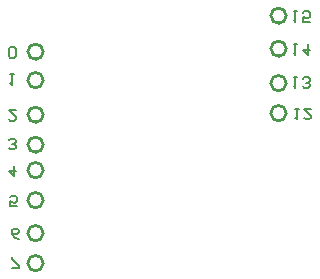
<source format=gbo>
G04 Layer_Color=32896*
%FSLAX25Y25*%
%MOIN*%
G70*
G01*
G75*
%ADD41C,0.01000*%
%ADD71C,0.00600*%
D41*
X388059Y997500D02*
G03*
X388059Y997500I-2559J0D01*
G01*
Y1028500D02*
G03*
X388059Y1028500I-2559J0D01*
G01*
Y989000D02*
G03*
X388059Y989000I-2559J0D01*
G01*
Y979000D02*
G03*
X388059Y979000I-2559J0D01*
G01*
Y968000D02*
G03*
X388059Y968000I-2559J0D01*
G01*
Y958000D02*
G03*
X388059Y958000I-2559J0D01*
G01*
X469059Y1008000D02*
G03*
X469059Y1008000I-2559J0D01*
G01*
Y1018000D02*
G03*
X469059Y1018000I-2559J0D01*
G01*
Y1029500D02*
G03*
X469059Y1029500I-2559J0D01*
G01*
Y1040500D02*
G03*
X469059Y1040500I-2559J0D01*
G01*
X388059Y1019000D02*
G03*
X388059Y1019000I-2559J0D01*
G01*
Y1007500D02*
G03*
X388059Y1007500I-2559J0D01*
G01*
D71*
X378899Y1009000D02*
X376500D01*
X378899Y1006601D01*
Y1006001D01*
X378299Y1005401D01*
X377100D01*
X376500Y1006001D01*
X377000Y1021000D02*
X378200D01*
X377600D01*
Y1017401D01*
X377000Y1018001D01*
X471500Y1042000D02*
X472700D01*
X472100D01*
Y1038401D01*
X471500Y1039001D01*
X476898Y1038401D02*
X474499D01*
Y1040201D01*
X475699Y1039601D01*
X476298D01*
X476898Y1040201D01*
Y1041400D01*
X476298Y1042000D01*
X475099D01*
X474499Y1041400D01*
X471500Y1031000D02*
X472700D01*
X472100D01*
Y1027401D01*
X471500Y1028001D01*
X476298Y1031000D02*
Y1027401D01*
X474499Y1029201D01*
X476898D01*
X471500Y1020000D02*
X472700D01*
X472100D01*
Y1016401D01*
X471500Y1017001D01*
X474499D02*
X475099Y1016401D01*
X476298D01*
X476898Y1017001D01*
Y1017601D01*
X476298Y1018201D01*
X475699D01*
X476298D01*
X476898Y1018800D01*
Y1019400D01*
X476298Y1020000D01*
X475099D01*
X474499Y1019400D01*
X472000Y1009500D02*
X473200D01*
X472600D01*
Y1005901D01*
X472000Y1006501D01*
X477398Y1009500D02*
X474999D01*
X477398Y1007101D01*
Y1006501D01*
X476798Y1005901D01*
X475599D01*
X474999Y1006501D01*
X377500Y956401D02*
X379899D01*
Y957001D01*
X377500Y959400D01*
Y960000D01*
X379899Y965901D02*
X378700Y966501D01*
X377500Y967701D01*
Y968900D01*
X378100Y969500D01*
X379299D01*
X379899Y968900D01*
Y968300D01*
X379299Y967701D01*
X377500D01*
X379399Y976901D02*
X377000D01*
Y978701D01*
X378200Y978101D01*
X378799D01*
X379399Y978701D01*
Y979900D01*
X378799Y980500D01*
X377600D01*
X377000Y979900D01*
X378299Y990500D02*
Y986901D01*
X376500Y988701D01*
X378899D01*
X376500Y1027001D02*
X377100Y1026401D01*
X378299D01*
X378899Y1027001D01*
Y1029400D01*
X378299Y1030000D01*
X377100D01*
X376500Y1029400D01*
Y1027001D01*
Y996501D02*
X377100Y995901D01*
X378299D01*
X378899Y996501D01*
Y997101D01*
X378299Y997701D01*
X377700D01*
X378299D01*
X378899Y998300D01*
Y998900D01*
X378299Y999500D01*
X377100D01*
X376500Y998900D01*
M02*

</source>
